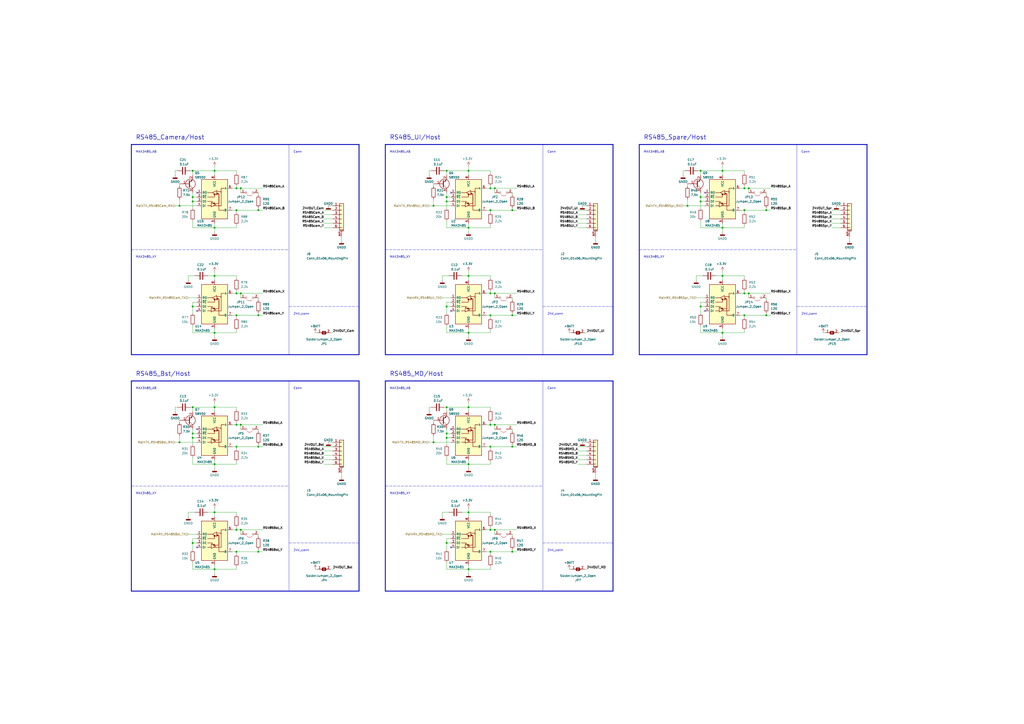
<source format=kicad_sch>
(kicad_sch (version 20230121) (generator eeschema)
  (paper "A2")
  (junction (at 149.86 182.88))
  (junction (at 139.7 307.34))
  (junction (at 284.48 259.08))
  (junction (at 284.48 170.18))
  (junction (at 259.08 116.84))
  (junction (at 137.16 320.04))
  (junction (at 124.46 99.06))
  (junction (at 419.1 99.06))
  (junction (at 259.08 177.8))
  (junction (at 124.46 330.2))
  (junction (at 398.78 119.38))
  (junction (at 287.02 307.34))
  (junction (at 104.14 119.38))
  (junction (at 137.16 246.38))
  (junction (at 137.16 182.88))
  (junction (at 297.18 259.08))
  (junction (at 137.16 121.92))
  (junction (at 284.48 121.92))
  (junction (at 139.7 109.22))
  (junction (at 271.78 236.22))
  (junction (at 287.02 170.18))
  (junction (at 271.78 193.04))
  (junction (at 271.78 99.06))
  (junction (at 431.8 109.22))
  (junction (at 297.18 182.88))
  (junction (at 137.16 170.18))
  (junction (at 271.78 269.24))
  (junction (at 124.46 132.08))
  (junction (at 259.08 236.22))
  (junction (at 271.78 330.2))
  (junction (at 149.86 121.92))
  (junction (at 406.4 116.84))
  (junction (at 259.08 251.46))
  (junction (at 137.16 259.08))
  (junction (at 284.48 246.38))
  (junction (at 111.76 251.46))
  (junction (at 104.14 256.54))
  (junction (at 271.78 160.02))
  (junction (at 124.46 160.02))
  (junction (at 111.76 116.84))
  (junction (at 431.8 170.18))
  (junction (at 287.02 109.22))
  (junction (at 111.76 99.06))
  (junction (at 124.46 236.22))
  (junction (at 111.76 177.8))
  (junction (at 419.1 132.08))
  (junction (at 284.48 307.34))
  (junction (at 124.46 297.18))
  (junction (at 124.46 193.04))
  (junction (at 111.76 314.96))
  (junction (at 139.7 246.38))
  (junction (at 149.86 320.04))
  (junction (at 444.5 121.92))
  (junction (at 271.78 132.08))
  (junction (at 259.08 314.96))
  (junction (at 137.16 307.34))
  (junction (at 444.5 182.88))
  (junction (at 149.86 259.08))
  (junction (at 431.8 121.92))
  (junction (at 434.34 170.18))
  (junction (at 284.48 182.88))
  (junction (at 431.8 182.88))
  (junction (at 139.7 170.18))
  (junction (at 271.78 297.18))
  (junction (at 284.48 109.22))
  (junction (at 406.4 177.8))
  (junction (at 419.1 160.02))
  (junction (at 284.48 320.04))
  (junction (at 434.34 109.22))
  (junction (at 251.46 256.54))
  (junction (at 259.08 114.3))
  (junction (at 287.02 246.38))
  (junction (at 111.76 254))
  (junction (at 251.46 119.38))
  (junction (at 259.08 99.06))
  (junction (at 297.18 121.92))
  (junction (at 124.46 269.24))
  (junction (at 137.16 109.22))
  (junction (at 406.4 99.06))
  (junction (at 406.4 114.3))
  (junction (at 419.1 193.04))
  (junction (at 111.76 114.3))
  (junction (at 259.08 254))
  (junction (at 111.76 236.22))
  (junction (at 297.18 320.04))
  (no_connect (at 408.94 111.76))
  (no_connect (at 261.62 248.92))
  (no_connect (at 114.3 317.5))
  (no_connect (at 261.62 317.5))
  (no_connect (at 408.94 180.34))
  (no_connect (at 114.3 111.76))
  (no_connect (at 114.3 180.34))
  (no_connect (at 114.3 248.92))
  (no_connect (at 261.62 111.76))
  (no_connect (at 261.62 180.34))
  (wire (pts (xy 109.22 297.18) (xy 113.03 297.18)))
  (wire (pts (xy 193.04 256.54) (xy 190.5 256.54)))
  (wire (pts (xy 444.5 182.88) (xy 447.04 182.88)))
  (wire (pts (xy 340.36 119.38) (xy 337.82 119.38)))
  (wire (pts (xy 271.78 99.06) (xy 271.78 96.52)))
  (wire (pts (xy 124.46 99.06) (xy 124.46 96.52)))
  (wire (pts (xy 193.04 124.46) (xy 187.96 124.46)))
  (wire (pts (xy 111.76 189.23) (xy 111.76 193.04)))
  (wire (pts (xy 193.04 129.54) (xy 187.96 129.54)))
  (wire (pts (xy 434.34 170.18) (xy 434.34 172.72)))
  (wire (pts (xy 259.08 99.06) (xy 271.78 99.06)))
  (polyline (pts (xy 314.96 177.8) (xy 355.6 177.8)) (stroke (width 0) (type dash)))
  (wire (pts (xy 271.78 297.18) (xy 271.78 299.72)))
  (wire (pts (xy 297.18 318.77) (xy 297.18 320.04)))
  (wire (pts (xy 419.1 160.02) (xy 419.1 162.56)))
  (wire (pts (xy 271.78 236.22) (xy 271.78 233.68)))
  (wire (pts (xy 271.78 193.04) (xy 284.48 193.04)))
  (wire (pts (xy 284.48 297.18) (xy 284.48 298.45)))
  (wire (pts (xy 487.68 132.08) (xy 482.6 132.08)))
  (polyline (pts (xy 76.2 342.9) (xy 208.28 342.9)) (stroke (width 0.5) (type solid)))
  (wire (pts (xy 124.46 190.5) (xy 124.46 193.04)))
  (wire (pts (xy 111.76 114.3) (xy 114.3 114.3)))
  (wire (pts (xy 124.46 327.66) (xy 124.46 330.2)))
  (wire (pts (xy 124.46 160.02) (xy 137.16 160.02)))
  (wire (pts (xy 259.08 114.3) (xy 261.62 114.3)))
  (wire (pts (xy 419.1 132.08) (xy 431.8 132.08)))
  (wire (pts (xy 431.8 121.92) (xy 431.8 123.19)))
  (wire (pts (xy 259.08 177.8) (xy 261.62 177.8)))
  (wire (pts (xy 259.08 238.76) (xy 259.08 236.22)))
  (wire (pts (xy 297.18 320.04) (xy 299.72 320.04)))
  (wire (pts (xy 340.36 124.46) (xy 335.28 124.46)))
  (wire (pts (xy 259.08 326.39) (xy 259.08 330.2)))
  (wire (pts (xy 111.76 99.06) (xy 124.46 99.06)))
  (wire (pts (xy 444.5 120.65) (xy 444.5 121.92)))
  (wire (pts (xy 284.48 107.95) (xy 284.48 109.22)))
  (wire (pts (xy 137.16 259.08) (xy 149.86 259.08)))
  (wire (pts (xy 419.1 99.06) (xy 419.1 96.52)))
  (wire (pts (xy 182.88 330.2) (xy 184.15 330.2)))
  (wire (pts (xy 267.97 160.02) (xy 271.78 160.02)))
  (polyline (pts (xy 223.52 83.82) (xy 223.52 205.74)) (stroke (width 0.5) (type solid)))
  (wire (pts (xy 281.94 170.18) (xy 284.48 170.18)))
  (wire (pts (xy 257.81 236.22) (xy 259.08 236.22)))
  (polyline (pts (xy 355.6 220.98) (xy 223.52 220.98)) (stroke (width 0.5) (type solid)))
  (wire (pts (xy 111.76 314.96) (xy 114.3 314.96)))
  (wire (pts (xy 259.08 254) (xy 261.62 254)))
  (wire (pts (xy 139.7 170.18) (xy 139.7 172.72)))
  (wire (pts (xy 182.88 193.04) (xy 184.15 193.04)))
  (wire (pts (xy 406.4 175.26) (xy 408.94 175.26)))
  (wire (pts (xy 149.86 248.92) (xy 149.86 250.19)))
  (wire (pts (xy 284.48 160.02) (xy 284.48 161.29)))
  (wire (pts (xy 487.68 124.46) (xy 482.6 124.46)))
  (wire (pts (xy 251.46 256.54) (xy 261.62 256.54)))
  (polyline (pts (xy 223.52 342.9) (xy 355.6 342.9)) (stroke (width 0.5) (type solid)))
  (wire (pts (xy 109.22 172.72) (xy 114.3 172.72)))
  (wire (pts (xy 256.54 162.56) (xy 256.54 160.02)))
  (wire (pts (xy 431.8 168.91) (xy 431.8 170.18)))
  (wire (pts (xy 271.78 266.7) (xy 271.78 269.24)))
  (polyline (pts (xy 223.52 144.78) (xy 314.96 144.78)) (stroke (width 0) (type dash)))
  (wire (pts (xy 193.04 269.24) (xy 187.96 269.24)))
  (wire (pts (xy 137.16 328.93) (xy 137.16 330.2)))
  (wire (pts (xy 429.26 182.88) (xy 431.8 182.88)))
  (polyline (pts (xy 223.52 281.94) (xy 314.96 281.94)) (stroke (width 0) (type dash)))
  (wire (pts (xy 251.46 115.57) (xy 251.46 119.38)))
  (wire (pts (xy 406.4 177.8) (xy 406.4 181.61)))
  (wire (pts (xy 134.62 109.22) (xy 137.16 109.22)))
  (wire (pts (xy 111.76 269.24) (xy 124.46 269.24)))
  (wire (pts (xy 137.16 246.38) (xy 139.7 246.38)))
  (wire (pts (xy 271.78 190.5) (xy 271.78 193.04)))
  (wire (pts (xy 259.08 236.22) (xy 271.78 236.22)))
  (wire (pts (xy 137.16 121.92) (xy 149.86 121.92)))
  (wire (pts (xy 434.34 170.18) (xy 447.04 170.18)))
  (wire (pts (xy 340.36 256.54) (xy 337.82 256.54)))
  (wire (pts (xy 139.7 307.34) (xy 139.7 309.88)))
  (wire (pts (xy 340.36 132.08) (xy 335.28 132.08)))
  (wire (pts (xy 259.08 312.42) (xy 259.08 314.96)))
  (wire (pts (xy 193.04 119.38) (xy 190.5 119.38)))
  (wire (pts (xy 251.46 119.38) (xy 261.62 119.38)))
  (wire (pts (xy 431.8 130.81) (xy 431.8 132.08)))
  (wire (pts (xy 271.78 160.02) (xy 271.78 162.56)))
  (wire (pts (xy 259.08 116.84) (xy 261.62 116.84)))
  (wire (pts (xy 271.78 129.54) (xy 271.78 132.08)))
  (wire (pts (xy 345.44 137.16) (xy 345.44 139.7)))
  (wire (pts (xy 248.92 99.06) (xy 250.19 99.06)))
  (wire (pts (xy 124.46 160.02) (xy 124.46 157.48)))
  (wire (pts (xy 248.92 256.54) (xy 251.46 256.54)))
  (wire (pts (xy 297.18 111.76) (xy 297.18 113.03)))
  (wire (pts (xy 406.4 99.06) (xy 419.1 99.06)))
  (wire (pts (xy 139.7 170.18) (xy 152.4 170.18)))
  (wire (pts (xy 111.76 193.04) (xy 124.46 193.04)))
  (wire (pts (xy 431.8 121.92) (xy 444.5 121.92)))
  (wire (pts (xy 111.76 254) (xy 111.76 257.81)))
  (wire (pts (xy 284.48 236.22) (xy 284.48 237.49)))
  (wire (pts (xy 134.62 320.04) (xy 137.16 320.04)))
  (wire (pts (xy 403.86 160.02) (xy 407.67 160.02)))
  (wire (pts (xy 187.96 259.08) (xy 193.04 259.08)))
  (wire (pts (xy 297.18 121.92) (xy 299.72 121.92)))
  (wire (pts (xy 111.76 326.39) (xy 111.76 330.2)))
  (wire (pts (xy 284.48 168.91) (xy 284.48 170.18)))
  (wire (pts (xy 271.78 269.24) (xy 271.78 271.78)))
  (wire (pts (xy 287.02 109.22) (xy 299.72 109.22)))
  (wire (pts (xy 271.78 99.06) (xy 271.78 101.6)))
  (wire (pts (xy 111.76 177.8) (xy 111.76 181.61)))
  (wire (pts (xy 419.1 193.04) (xy 419.1 195.58)))
  (wire (pts (xy 137.16 245.11) (xy 137.16 246.38)))
  (wire (pts (xy 434.34 109.22) (xy 434.34 111.76)))
  (wire (pts (xy 284.48 121.92) (xy 284.48 123.19)))
  (wire (pts (xy 284.48 245.11) (xy 284.48 246.38)))
  (wire (pts (xy 137.16 109.22) (xy 139.7 109.22)))
  (polyline (pts (xy 76.2 144.78) (xy 167.64 144.78)) (stroke (width 0) (type dash)))
  (wire (pts (xy 149.86 181.61) (xy 149.86 182.88)))
  (wire (pts (xy 137.16 107.95) (xy 137.16 109.22)))
  (wire (pts (xy 111.76 251.46) (xy 114.3 251.46)))
  (wire (pts (xy 284.48 328.93) (xy 284.48 330.2)))
  (wire (pts (xy 419.1 160.02) (xy 419.1 157.48)))
  (wire (pts (xy 429.26 109.22) (xy 431.8 109.22)))
  (wire (pts (xy 137.16 320.04) (xy 137.16 321.31)))
  (wire (pts (xy 137.16 160.02) (xy 137.16 161.29)))
  (wire (pts (xy 109.22 162.56) (xy 109.22 160.02)))
  (wire (pts (xy 111.76 128.27) (xy 111.76 132.08)))
  (wire (pts (xy 259.08 116.84) (xy 259.08 120.65)))
  (wire (pts (xy 271.78 160.02) (xy 284.48 160.02)))
  (polyline (pts (xy 370.84 83.82) (xy 370.84 205.74)) (stroke (width 0.5) (type solid)))
  (wire (pts (xy 137.16 236.22) (xy 137.16 237.49)))
  (wire (pts (xy 405.13 99.06) (xy 406.4 99.06)))
  (wire (pts (xy 111.76 111.76) (xy 111.76 114.3)))
  (wire (pts (xy 137.16 182.88) (xy 149.86 182.88)))
  (wire (pts (xy 124.46 129.54) (xy 124.46 132.08)))
  (wire (pts (xy 287.02 109.22) (xy 287.02 111.76)))
  (wire (pts (xy 259.08 128.27) (xy 259.08 132.08)))
  (wire (pts (xy 271.78 330.2) (xy 284.48 330.2)))
  (wire (pts (xy 403.86 172.72) (xy 408.94 172.72)))
  (wire (pts (xy 124.46 236.22) (xy 137.16 236.22)))
  (wire (pts (xy 137.16 259.08) (xy 137.16 260.35)))
  (wire (pts (xy 429.26 121.92) (xy 431.8 121.92)))
  (wire (pts (xy 259.08 101.6) (xy 259.08 99.06)))
  (wire (pts (xy 124.46 160.02) (xy 124.46 162.56)))
  (polyline (pts (xy 502.92 83.82) (xy 370.84 83.82)) (stroke (width 0.5) (type solid)))
  (wire (pts (xy 259.08 312.42) (xy 261.62 312.42)))
  (wire (pts (xy 271.78 132.08) (xy 284.48 132.08)))
  (wire (pts (xy 398.78 119.38) (xy 408.94 119.38)))
  (wire (pts (xy 431.8 182.88) (xy 431.8 184.15)))
  (wire (pts (xy 134.62 307.34) (xy 137.16 307.34)))
  (polyline (pts (xy 370.84 144.78) (xy 462.28 144.78)) (stroke (width 0) (type dash)))
  (wire (pts (xy 271.78 193.04) (xy 271.78 195.58)))
  (wire (pts (xy 431.8 99.06) (xy 431.8 100.33)))
  (wire (pts (xy 251.46 243.84) (xy 251.46 245.11)))
  (wire (pts (xy 419.1 99.06) (xy 431.8 99.06)))
  (wire (pts (xy 284.48 121.92) (xy 297.18 121.92)))
  (wire (pts (xy 259.08 175.26) (xy 261.62 175.26)))
  (wire (pts (xy 256.54 160.02) (xy 260.35 160.02)))
  (wire (pts (xy 124.46 297.18) (xy 137.16 297.18)))
  (wire (pts (xy 431.8 160.02) (xy 431.8 161.29)))
  (wire (pts (xy 134.62 246.38) (xy 137.16 246.38)))
  (wire (pts (xy 339.09 330.2) (xy 340.36 330.2)))
  (wire (pts (xy 259.08 189.23) (xy 259.08 193.04)))
  (wire (pts (xy 193.04 261.62) (xy 187.96 261.62)))
  (wire (pts (xy 248.92 236.22) (xy 250.19 236.22)))
  (wire (pts (xy 137.16 130.81) (xy 137.16 132.08)))
  (wire (pts (xy 259.08 251.46) (xy 259.08 254)))
  (wire (pts (xy 110.49 236.22) (xy 111.76 236.22)))
  (wire (pts (xy 124.46 269.24) (xy 124.46 271.78)))
  (wire (pts (xy 335.28 121.92) (xy 340.36 121.92)))
  (wire (pts (xy 111.76 314.96) (xy 111.76 318.77)))
  (wire (pts (xy 271.78 297.18) (xy 284.48 297.18)))
  (wire (pts (xy 101.6 238.76) (xy 101.6 236.22)))
  (wire (pts (xy 396.24 99.06) (xy 397.51 99.06)))
  (wire (pts (xy 149.86 172.72) (xy 149.86 173.99)))
  (wire (pts (xy 256.54 309.88) (xy 261.62 309.88)))
  (wire (pts (xy 284.48 182.88) (xy 297.18 182.88)))
  (wire (pts (xy 284.48 170.18) (xy 287.02 170.18)))
  (polyline (pts (xy 76.2 83.82) (xy 76.2 205.74)) (stroke (width 0.5) (type solid)))
  (wire (pts (xy 271.78 160.02) (xy 271.78 157.48)))
  (wire (pts (xy 284.48 109.22) (xy 287.02 109.22)))
  (wire (pts (xy 284.48 267.97) (xy 284.48 269.24)))
  (wire (pts (xy 406.4 111.76) (xy 406.4 114.3)))
  (wire (pts (xy 248.92 238.76) (xy 248.92 236.22)))
  (wire (pts (xy 259.08 248.92) (xy 259.08 251.46)))
  (wire (pts (xy 444.5 181.61) (xy 444.5 182.88)))
  (wire (pts (xy 287.02 307.34) (xy 287.02 309.88)))
  (wire (pts (xy 149.86 318.77) (xy 149.86 320.04)))
  (wire (pts (xy 110.49 99.06) (xy 111.76 99.06)))
  (polyline (pts (xy 76.2 220.98) (xy 76.2 342.9)) (stroke (width 0.5) (type solid)))
  (polyline (pts (xy 314.96 314.96) (xy 355.6 314.96)) (stroke (width 0) (type dash)))
  (wire (pts (xy 419.1 129.54) (xy 419.1 132.08)))
  (wire (pts (xy 271.78 236.22) (xy 271.78 238.76)))
  (wire (pts (xy 256.54 297.18) (xy 260.35 297.18)))
  (wire (pts (xy 111.76 116.84) (xy 111.76 120.65)))
  (wire (pts (xy 256.54 172.72) (xy 261.62 172.72)))
  (wire (pts (xy 340.36 129.54) (xy 335.28 129.54)))
  (wire (pts (xy 271.78 269.24) (xy 284.48 269.24)))
  (wire (pts (xy 139.7 307.34) (xy 152.4 307.34)))
  (wire (pts (xy 137.16 99.06) (xy 137.16 100.33)))
  (wire (pts (xy 415.29 160.02) (xy 419.1 160.02)))
  (polyline (pts (xy 167.64 314.96) (xy 208.28 314.96)) (stroke (width 0) (type dash)))
  (wire (pts (xy 281.94 109.22) (xy 284.48 109.22)))
  (wire (pts (xy 406.4 132.08) (xy 419.1 132.08)))
  (polyline (pts (xy 208.28 342.9) (xy 208.28 220.98)) (stroke (width 0.5) (type solid)))
  (wire (pts (xy 340.36 261.62) (xy 335.28 261.62)))
  (wire (pts (xy 406.4 175.26) (xy 406.4 177.8)))
  (wire (pts (xy 256.54 299.72) (xy 256.54 297.18)))
  (polyline (pts (xy 167.64 177.8) (xy 208.28 177.8)) (stroke (width 0) (type dash)))
  (wire (pts (xy 340.36 127) (xy 335.28 127)))
  (wire (pts (xy 149.86 259.08) (xy 152.4 259.08)))
  (wire (pts (xy 297.18 182.88) (xy 299.72 182.88)))
  (wire (pts (xy 487.68 127) (xy 482.6 127)))
  (wire (pts (xy 271.78 236.22) (xy 284.48 236.22)))
  (wire (pts (xy 109.22 160.02) (xy 113.03 160.02)))
  (wire (pts (xy 396.24 101.6) (xy 396.24 99.06)))
  (wire (pts (xy 284.48 99.06) (xy 284.48 100.33)))
  (wire (pts (xy 419.1 190.5) (xy 419.1 193.04)))
  (wire (pts (xy 482.6 121.92) (xy 487.68 121.92)))
  (wire (pts (xy 281.94 320.04) (xy 284.48 320.04)))
  (wire (pts (xy 137.16 170.18) (xy 139.7 170.18)))
  (wire (pts (xy 124.46 193.04) (xy 124.46 195.58)))
  (wire (pts (xy 287.02 307.34) (xy 299.72 307.34)))
  (wire (pts (xy 124.46 132.08) (xy 137.16 132.08)))
  (wire (pts (xy 271.78 330.2) (xy 271.78 332.74)))
  (wire (pts (xy 187.96 121.92) (xy 193.04 121.92)))
  (wire (pts (xy 406.4 114.3) (xy 406.4 116.84)))
  (wire (pts (xy 111.76 254) (xy 114.3 254)))
  (wire (pts (xy 149.86 182.88) (xy 152.4 182.88)))
  (wire (pts (xy 259.08 177.8) (xy 259.08 181.61)))
  (wire (pts (xy 137.16 191.77) (xy 137.16 193.04)))
  (wire (pts (xy 257.81 99.06) (xy 259.08 99.06)))
  (wire (pts (xy 193.04 127) (xy 187.96 127)))
  (wire (pts (xy 297.18 120.65) (xy 297.18 121.92)))
  (wire (pts (xy 111.76 175.26) (xy 111.76 177.8)))
  (wire (pts (xy 124.46 236.22) (xy 124.46 238.76)))
  (wire (pts (xy 124.46 236.22) (xy 124.46 233.68)))
  (polyline (pts (xy 76.2 205.74) (xy 208.28 205.74)) (stroke (width 0.5) (type solid)))
  (wire (pts (xy 124.46 266.7) (xy 124.46 269.24)))
  (wire (pts (xy 259.08 269.24) (xy 271.78 269.24)))
  (wire (pts (xy 101.6 119.38) (xy 104.14 119.38)))
  (wire (pts (xy 297.18 181.61) (xy 297.18 182.88)))
  (wire (pts (xy 111.76 236.22) (xy 124.46 236.22)))
  (wire (pts (xy 406.4 128.27) (xy 406.4 132.08)))
  (wire (pts (xy 340.36 266.7) (xy 335.28 266.7)))
  (wire (pts (xy 297.18 309.88) (xy 297.18 311.15)))
  (wire (pts (xy 104.14 243.84) (xy 104.14 245.11)))
  (wire (pts (xy 259.08 132.08) (xy 271.78 132.08)))
  (wire (pts (xy 271.78 297.18) (xy 271.78 294.64)))
  (polyline (pts (xy 355.6 205.74) (xy 355.6 83.82)) (stroke (width 0.5) (type solid)))
  (wire (pts (xy 297.18 172.72) (xy 297.18 173.99)))
  (wire (pts (xy 339.09 193.04) (xy 340.36 193.04)))
  (wire (pts (xy 111.76 116.84) (xy 114.3 116.84)))
  (wire (pts (xy 111.76 312.42) (xy 111.76 314.96)))
  (wire (pts (xy 139.7 246.38) (xy 139.7 248.92)))
  (wire (pts (xy 111.76 248.92) (xy 111.76 251.46)))
  (wire (pts (xy 406.4 116.84) (xy 408.94 116.84)))
  (polyline (pts (xy 208.28 220.98) (xy 76.2 220.98)) (stroke (width 0.5) (type solid)))
  (wire (pts (xy 406.4 116.84) (xy 406.4 120.65)))
  (wire (pts (xy 284.48 130.81) (xy 284.48 132.08)))
  (wire (pts (xy 193.04 266.7) (xy 187.96 266.7)))
  (wire (pts (xy 419.1 132.08) (xy 419.1 134.62)))
  (wire (pts (xy 149.86 320.04) (xy 152.4 320.04)))
  (wire (pts (xy 345.44 274.32) (xy 345.44 276.86)))
  (wire (pts (xy 431.8 191.77) (xy 431.8 193.04)))
  (wire (pts (xy 429.26 170.18) (xy 431.8 170.18)))
  (wire (pts (xy 284.48 191.77) (xy 284.48 193.04)))
  (wire (pts (xy 284.48 246.38) (xy 287.02 246.38)))
  (wire (pts (xy 287.02 170.18) (xy 299.72 170.18)))
  (wire (pts (xy 137.16 297.18) (xy 137.16 298.45)))
  (wire (pts (xy 284.48 320.04) (xy 297.18 320.04)))
  (wire (pts (xy 134.62 182.88) (xy 137.16 182.88)))
  (wire (pts (xy 104.14 119.38) (xy 114.3 119.38)))
  (wire (pts (xy 406.4 177.8) (xy 408.94 177.8)))
  (wire (pts (xy 297.18 248.92) (xy 297.18 250.19)))
  (wire (pts (xy 139.7 109.22) (xy 139.7 111.76)))
  (wire (pts (xy 297.18 257.81) (xy 297.18 259.08)))
  (wire (pts (xy 330.2 330.2) (xy 331.47 330.2)))
  (wire (pts (xy 281.94 259.08) (xy 284.48 259.08)))
  (polyline (pts (xy 370.84 205.74) (xy 502.92 205.74)) (stroke (width 0.5) (type solid)))
  (wire (pts (xy 104.14 256.54) (xy 114.3 256.54)))
  (wire (pts (xy 198.12 137.16) (xy 198.12 139.7)))
  (wire (pts (xy 284.48 320.04) (xy 284.48 321.31)))
  (wire (pts (xy 137.16 306.07) (xy 137.16 307.34)))
  (wire (pts (xy 403.86 162.56) (xy 403.86 160.02)))
  (wire (pts (xy 124.46 330.2) (xy 124.46 332.74)))
  (wire (pts (xy 198.12 274.32) (xy 198.12 276.86)))
  (wire (pts (xy 335.28 259.08) (xy 340.36 259.08)))
  (wire (pts (xy 406.4 101.6) (xy 406.4 99.06)))
  (wire (pts (xy 444.5 172.72) (xy 444.5 173.99)))
  (wire (pts (xy 104.14 252.73) (xy 104.14 256.54)))
  (wire (pts (xy 419.1 99.06) (xy 419.1 101.6)))
  (wire (pts (xy 111.76 265.43) (xy 111.76 269.24)))
  (polyline (pts (xy 223.52 205.74) (xy 355.6 205.74)) (stroke (width 0.5) (type solid)))
  (wire (pts (xy 124.46 269.24) (xy 137.16 269.24)))
  (wire (pts (xy 251.46 252.73) (xy 251.46 256.54)))
  (wire (pts (xy 492.76 137.16) (xy 492.76 139.7)))
  (wire (pts (xy 340.36 264.16) (xy 335.28 264.16)))
  (wire (pts (xy 137.16 121.92) (xy 137.16 123.19)))
  (wire (pts (xy 259.08 193.04) (xy 271.78 193.04)))
  (wire (pts (xy 139.7 109.22) (xy 152.4 109.22)))
  (wire (pts (xy 137.16 267.97) (xy 137.16 269.24)))
  (wire (pts (xy 406.4 193.04) (xy 419.1 193.04)))
  (wire (pts (xy 124.46 99.06) (xy 137.16 99.06)))
  (wire (pts (xy 101.6 236.22) (xy 102.87 236.22)))
  (wire (pts (xy 149.86 120.65) (xy 149.86 121.92)))
  (wire (pts (xy 281.94 121.92) (xy 284.48 121.92)))
  (wire (pts (xy 444.5 121.92) (xy 447.04 121.92)))
  (wire (pts (xy 111.76 101.6) (xy 111.76 99.06)))
  (wire (pts (xy 137.16 182.88) (xy 137.16 184.15)))
  (wire (pts (xy 444.5 111.76) (xy 444.5 113.03)))
  (wire (pts (xy 419.1 160.02) (xy 431.8 160.02)))
  (polyline (pts (xy 355.6 83.82) (xy 223.52 83.82)) (stroke (width 0.5) (type solid)))
  (wire (pts (xy 396.24 119.38) (xy 398.78 119.38)))
  (wire (pts (xy 124.46 297.18) (xy 124.46 299.72)))
  (wire (pts (xy 259.08 330.2) (xy 271.78 330.2)))
  (wire (pts (xy 259.08 111.76) (xy 259.08 114.3)))
  (wire (pts (xy 431.8 109.22) (xy 434.34 109.22)))
  (wire (pts (xy 259.08 114.3) (xy 259.08 116.84)))
  (polyline (pts (xy 502.92 205.74) (xy 502.92 83.82)) (stroke (width 0.5) (type solid)))
  (wire (pts (xy 137.16 320.04) (xy 149.86 320.04)))
  (wire (pts (xy 281.94 307.34) (xy 284.48 307.34)))
  (wire (pts (xy 111.76 175.26) (xy 114.3 175.26)))
  (wire (pts (xy 434.34 109.22) (xy 447.04 109.22)))
  (wire (pts (xy 134.62 259.08) (xy 137.16 259.08)))
  (wire (pts (xy 284.48 306.07) (xy 284.48 307.34)))
  (wire (pts (xy 287.02 246.38) (xy 299.72 246.38)))
  (wire (pts (xy 104.14 106.68) (xy 104.14 107.95)))
  (wire (pts (xy 271.78 327.66) (xy 271.78 330.2)))
  (wire (pts (xy 259.08 314.96) (xy 261.62 314.96)))
  (wire (pts (xy 248.92 101.6) (xy 248.92 99.06)))
  (polyline (pts (xy 76.2 281.94) (xy 167.64 281.94)) (stroke (width 0) (type dash)))
  (wire (pts (xy 419.1 193.04) (xy 431.8 193.04)))
  (wire (pts (xy 284.48 259.08) (xy 284.48 260.35)))
  (wire (pts (xy 431.8 107.95) (xy 431.8 109.22)))
  (wire (pts (xy 297.18 259.08) (xy 299.72 259.08)))
  (wire (pts (xy 139.7 246.38) (xy 152.4 246.38)))
  (wire (pts (xy 259.08 251.46) (xy 261.62 251.46)))
  (wire (pts (xy 124.46 99.06) (xy 124.46 101.6)))
  (wire (pts (xy 281.94 182.88) (xy 284.48 182.88)))
  (wire (pts (xy 137.16 168.91) (xy 137.16 170.18)))
  (wire (pts (xy 330.2 193.04) (xy 331.47 193.04)))
  (wire (pts (xy 124.46 132.08) (xy 124.46 134.62)))
  (polyline (pts (xy 208.28 205.74) (xy 208.28 83.82)) (stroke (width 0.5) (type solid)))
  (wire (pts (xy 120.65 160.02) (xy 124.46 160.02)))
  (wire (pts (xy 149.86 111.76) (xy 149.86 113.03)))
  (wire (pts (xy 267.97 297.18) (xy 271.78 297.18)))
  (polyline (pts (xy 355.6 342.9) (xy 355.6 220.98)) (stroke (width 0.5) (type solid)))
  (wire (pts (xy 149.86 257.81) (xy 149.86 259.08)))
  (wire (pts (xy 134.62 170.18) (xy 137.16 170.18)))
  (wire (pts (xy 109.22 309.88) (xy 114.3 309.88)))
  (wire (pts (xy 259.08 254) (xy 259.08 257.81)))
  (wire (pts (xy 486.41 193.04) (xy 487.68 193.04)))
  (wire (pts (xy 259.08 314.96) (xy 259.08 318.77)))
  (wire (pts (xy 101.6 99.06) (xy 102.87 99.06)))
  (wire (pts (xy 134.62 121.92) (xy 137.16 121.92)))
  (wire (pts (xy 120.65 297.18) (xy 124.46 297.18)))
  (wire (pts (xy 259.08 175.26) (xy 259.08 177.8)))
  (wire (pts (xy 193.04 264.16) (xy 187.96 264.16)))
  (wire (pts (xy 487.68 119.38) (xy 485.14 119.38)))
  (wire (pts (xy 284.48 259.08) (xy 297.18 259.08)))
  (wire (pts (xy 340.36 269.24) (xy 335.28 269.24)))
  (wire (pts (xy 111.76 238.76) (xy 111.76 236.22)))
  (wire (pts (xy 191.77 193.04) (xy 193.04 193.04)))
  (wire (pts (xy 406.4 189.23) (xy 406.4 193.04)))
  (wire (pts (xy 284.48 182.88) (xy 284.48 184.15)))
  (wire (pts (xy 111.76 177.8) (xy 114.3 177.8)))
  (wire (pts (xy 109.22 299.72) (xy 109.22 297.18)))
  (wire (pts (xy 284.48 307.34) (xy 287.02 307.34)))
  (wire (pts (xy 398.78 106.68) (xy 398.78 107.95)))
  (wire (pts (xy 398.78 115.57) (xy 398.78 119.38)))
  (wire (pts (xy 137.16 307.34) (xy 139.7 307.34)))
  (wire (pts (xy 191.77 330.2) (xy 193.04 330.2)))
  (wire (pts (xy 281.94 246.38) (xy 284.48 246.38)))
  (wire (pts (xy 111.76 114.3) (xy 111.76 116.84)))
  (wire (pts (xy 487.68 129.54) (xy 482.6 129.54)))
  (wire (pts (xy 193.04 132.08) (xy 187.96 132.08)))
  (wire (pts (xy 111.76 312.42) (xy 114.3 312.42)))
  (wire (pts (xy 111.76 330.2) (xy 124.46 330.2)))
  (wire (pts (xy 406.4 114.3) (xy 408.94 114.3)))
  (wire (pts (xy 124.46 297.18) (xy 124.46 294.64)))
  (wire (pts (xy 149.86 121.92) (xy 152.4 121.92)))
  (wire (pts (xy 287.02 170.18) (xy 287.02 172.72)))
  (wire (pts (xy 104.14 115.57) (xy 104.14 119.38)))
  (polyline (pts (xy 462.28 177.8) (xy 502.92 177.8)) (stroke (width 0) (type dash)))
  (wire (pts (xy 431.8 182.88) (xy 444.5 182.88)))
  (wire (pts (xy 259.08 265.43) (xy 259.08 269.24)))
  (wire (pts (xy 111.76 132.08) (xy 124.46 132.08)))
  (wire (pts (xy 251.46 106.68) (xy 251.46 107.95)))
  (wire (pts (xy 271.78 99.06) (xy 284.48 99.06)))
  (polyline (pts (xy 223.52 220.98) (xy 223.52 342.9)) (stroke (width 0.5) (type solid)))
  (wire (pts (xy 431.8 170.18) (xy 434.34 170.18)))
  (wire (pts (xy 271.78 132.08) (xy 271.78 134.62)))
  (wire (pts (xy 101.6 101.6) (xy 101.6 99.06)))
  (wire (pts (xy 477.52 193.04) (xy 478.79 193.04)))
  (wire (pts (xy 124.46 193.04) (xy 137.16 193.04)))
  (wire (pts (xy 287.02 246.38) (xy 287.02 248.92)))
  (polyline (pts (xy 208.28 83.82) (xy 76.2 83.82)) (stroke (width 0.5) (type solid)))
  (wire (pts (xy 111.76 251.46) (xy 111.76 254)))
  (wire (pts (xy 101.6 256.54) (xy 104.14 256.54)))
  (wire (pts (xy 124.46 330.2) (xy 137.16 330.2)))
  (wire (pts (xy 248.92 119.38) (xy 251.46 119.38)))
  (wire (pts (xy 149.86 309.88) (xy 149.86 311.15)))
  (rectangle (start 462.28 83.82) (end 462.28 205.74))
  (rectangle (start 167.64 83.82) (end 167.64 205.74))
  (rectangle (start 314.96 220.98) (end 314.96 342.9))
  (rectangle (start 314.96 83.82) (end 314.96 205.74))
  (rectangle (start 167.64 220.98) (end 167.64 342.9))
  (text "RS485_MD/Host" (at 226.06 218.44 0) (effects (font (size 2.54 2.54) (thickness 0.254) bold) (justify left bottom)))
  (text "24V_conn" (at 317.5 182.88 0) (effects (font (size 1.27 1.27)) (justify left bottom)))
  (text "RS485_UI/Host" (at 226.06 81.28 0) (effects (font (size 2.54 2.54) (thickness 0.254) bold) (justify left bottom)))
  (text "RS485_Camera/Host" (at 78.74 81.28 0) (effects (font (size 2.54 2.54) (thickness 0.254) bold) (justify left bottom)))
  (text "Conn" (at 464.82 88.9 0) (effects (font (size 1.27 1.27)) (justify left bottom)))
  (text "RS485_Bst/Host" (at 78.74 218.44 0) (effects (font (size 2.54 2.54) (thickness 0.254) bold) (justify left bottom)))
  (text "MAX3485_XY" (at 226.06 149.86 0) (effects (font (size 1.27 1.27)) (justify left bottom)))
  (text "Conn" (at 170.18 226.06 0) (effects (font (size 1.27 1.27)) (justify left bottom)))
  (text "MAX3485_XY" (at 78.74 149.86 0) (effects (font (size 1.27 1.27)) (justify left bottom)))
  (text "MAX3485_AB" (at 78.74 88.9 0) (effects (font (size 1.27 1.27)) (justify left bottom)))
  (text "MAX3485_XY" (at 373.38 149.86 0) (effects (font (size 1.27 1.27)) (justify left bottom)))
  (text "Conn" (at 317.5 226.06 0) (effects (font (size 1.27 1.27)) (justify left bottom)))
  (text "Conn" (at 317.5 88.9 0) (effects (font (size 1.27 1.27)) (justify left bottom)))
  (text "MAX3485_AB" (at 373.38 88.9 0) (effects (font (size 1.27 1.27)) (justify left bottom)))
  (text "Conn" (at 170.18 88.9 0) (effects (font (size 1.27 1.27)) (justify left bottom)))
  (text "24V_conn" (at 170.18 182.88 0) (effects (font (size 1.27 1.27)) (justify left bottom)))
  (text "24V_conn" (at 170.18 320.04 0) (effects (font (size 1.27 1.27)) (justify left bottom)))
  (text "MAX3485_XY" (at 78.74 287.02 0) (effects (font (size 1.27 1.27)) (justify left bottom)))
  (text "24V_conn" (at 464.82 182.88 0) (effects (font (size 1.27 1.27)) (justify left bottom)))
  (text "MAX3485_AB" (at 226.06 226.06 0) (effects (font (size 1.27 1.27)) (justify left bottom)))
  (text "MAX3485_AB" (at 78.74 226.06 0) (effects (font (size 1.27 1.27)) (justify left bottom)))
  (text "RS485_Spare/Host" (at 373.38 81.28 0) (effects (font (size 2.54 2.54) (thickness 0.254) bold) (justify left bottom)))
  (text "24V_conn" (at 317.5 320.04 0) (effects (font (size 1.27 1.27)) (justify left bottom)))
  (text "MAX3485_XY" (at 226.06 287.02 0) (effects (font (size 1.27 1.27)) (justify left bottom)))
  (text "MAX3485_AB" (at 226.06 88.9 0) (effects (font (size 1.27 1.27)) (justify left bottom)))
  (label "RS485MD_A" (at 335.28 261.62 180) (effects (font (thickness 0.254) bold)))
  (label "RS485UI_A" (at 335.28 124.46 180) (effects (font (thickness 0.254) bold)))
  (label "RS485Spr_X" (at 447.04 170.18 0) (effects (font (thickness 0.254) bold)))
  (label "RS485Bst_Y" (at 187.96 269.24 180) (effects (font (thickness 0.254) bold)))
  (label "RS485cam_Y" (at 187.96 132.08 180) (effects (font (thickness 0.254) bold)))
  (label "RS485Cam_B" (at 152.4 121.92 0) (effects (font (thickness 0.254) bold)))
  (label "RS485Cam_X" (at 152.4 170.18 0) (effects (font (thickness 0.254) bold)))
  (label "24VOUT_Spr" (at 482.6 121.92 180) (effects (font (thickness 0.254) bold)))
  (label "RS485Cam_X" (at 187.96 129.54 180) (effects (font (thickness 0.254) bold)))
  (label "24VOUT_UI" (at 335.28 121.92 180) (effects (font (thickness 0.254) bold)))
  (label "RS485UI_B" (at 299.72 121.92 0) (effects (font (thickness 0.254) bold)))
  (label "RS485UI_Y" (at 299.72 182.88 0) (effects (font (thickness 0.254) bold)))
  (label "24VOUT_Cam" (at 193.04 193.04 0) (effects (font (thickness 0.254) bold)))
  (label "RS485MD_Y" (at 335.28 269.24 180) (effects (font (thickness 0.254) bold)))
  (label "RS485Bst_B" (at 152.4 259.08 0) (effects (font (thickness 0.254) bold)))
  (label "24VOUT_MD" (at 340.36 330.2 0) (effects (font (thickness 0.254) bold)))
  (label "RS485Bst_A" (at 152.4 246.38 0) (effects (font (thickness 0.254) bold)))
  (label "RS485MD_B" (at 335.28 264.16 180) (effects (font (thickness 0.254) bold)))
  (label "24VOUT_Cam" (at 187.96 121.92 180) (effects (font (thickness 0.254) bold)))
  (label "RS485Spr_B" (at 482.6 127 180) (effects (font (thickness 0.254) bold)))
  (label "RS485UI_A" (at 299.72 109.22 0) (effects (font (thickness 0.254) bold)))
  (label "RS485Bst_A" (at 187.96 261.62 180) (effects (font (thickness 0.254) bold)))
  (label "RS485cam_Y" (at 152.4 182.88 0) (effects (font (thickness 0.254) bold)))
  (label "24VOUT_Bst" (at 193.04 330.2 0) (effects (font (thickness 0.254) bold)))
  (label "RS485Cam_A" (at 152.4 109.22 0) (effects (font (thickness 0.254) bold)))
  (label "RS485UI_B" (at 335.28 127 180) (effects (font (thickness 0.254) bold)))
  (label "RS485Cam_A" (at 187.96 124.46 180) (effects (font (thickness 0.254) bold)))
  (label "24VOUT_Spr" (at 487.68 193.04 0) (effects (font (thickness 0.254) bold)))
  (label "24VOUT_MD" (at 335.28 259.08 180) (effects (font (thickness 0.254) bold)))
  (label "RS485UI_X" (at 299.72 170.18 0) (effects (font (thickness 0.254) bold)))
  (label "RS485Cam_B" (at 187.96 127 180) (effects (font (thickness 0.254) bold)))
  (label "RS485Bst_B" (at 187.96 264.16 180) (effects (font (thickness 0.254) bold)))
  (label "RS485Bst_X" (at 187.96 266.7 180) (effects (font (thickness 0.254) bold)))
  (label "RS485MD_A" (at 299.72 246.38 0) (effects (font (thickness 0.254) bold)))
  (label "RS485UI_Y" (at 335.28 132.08 180) (effects (font (thickness 0.254) bold)))
  (label "RS485Spr_Y" (at 482.6 132.08 180) (effects (font (thickness 0.254) bold)))
  (label "RS485Spr_X" (at 482.6 129.54 180) (effects (font (thickness 0.254) bold)))
  (label "RS485Spr_Y" (at 447.04 182.88 0) (effects (font (thickness 0.254) bold)))
  (label "RS485MD_X" (at 299.72 307.34 0) (effects (font (thickness 0.254) bold)))
  (label "RS485Bst_Y" (at 152.4 320.04 0) (effects (font (thickness 0.254) bold)))
  (label "24VOUT_UI" (at 340.36 193.04 0) (effects (font (thickness 0.254) bold)))
  (label "RS485Spr_B" (at 447.04 121.92 0) (effects (font (thickness 0.254) bold)))
  (label "RS485MD_Y" (at 299.72 320.04 0) (effects (font (thickness 0.254) bold)))
  (label "RS485MD_X" (at 335.28 266.7 180) (effects (font (thickness 0.254) bold)))
  (label "RS485UI_X" (at 335.28 129.54 180) (effects (font (thickness 0.254) bold)))
  (label "RS485Bst_X" (at 152.4 307.34 0) (effects (font (thickness 0.254) bold)))
  (label "RS485Spr_A" (at 447.04 109.22 0) (effects (font (thickness 0.254) bold)))
  (label "24VOUT_Bst" (at 187.96 259.08 180) (effects (font (thickness 0.254) bold)))
  (label "RS485MD_B" (at 299.72 259.08 0) (effects (font (thickness 0.254) bold)))
  (label "RS485Spr_A" (at 482.6 124.46 180) (effects (font (thickness 0.254) bold)))
  (hierarchical_label "MainRX_RS485Spr_TX" (shape input) (at 403.86 172.72 180))
  (hierarchical_label "MainRX_RS485Bst_TX" (shape input) (at 109.22 309.88 180))
  (hierarchical_label "MainTX_RS485Cam_RX" (shape input) (at 101.6 119.38 180))
  (hierarchical_label "MainTX_RS485Spr_RX" (shape input) (at 396.24 119.38 180))
  (hierarchical_label "MainRX_RS485MD_TX" (shape input) (at 256.54 309.88 180))
  (hierarchical_label "MainTX_RS485Bst_RX" (shape input) (at 101.6 256.54 180))
  (hierarchical_label "MainTX_RS485UI_RX" (shape input) (at 248.92 119.38 180))
  (hierarchical_label "MainRX_RS485UI_TX" (shape input) (at 256.54 172.72 180))
  (hierarchical_label "MainTX_RS485MD_RX" (shape input) (at 248.92 256.54 180))
  (hierarchical_label "MainRX_RS485Cam_TX" (shape input) (at 109.22 172.72 180))
  (symbol (lib_id "Device:R") (at 431.8 187.96 0) (unit 1)
    (property "Reference" "R54" (at 434.34 186.6899 0) (effects (justify left)))
    (property "Value" "2.2k" (at 434.34 189.2299 0) (effects (justify left)))
    (property "Footprint" "Resistor_SMD:R_0402_1005Metric" (effects hide))
  )
  (symbol (lib_id "power:+BATT") (at 182.88 193.04 0) (mirror y) (unit 1)
    (property "Reference" "#PWR039" (effects hide))
    (property "Value" "+BATT" (at 182.88 189.23 0))
  )
  (symbol (lib_id "Device:R") (at 137.16 187.96 0) (unit 1)
    (property "Reference" "R80" (at 139.7 186.6899 0) (effects (justify left)))
    (property "Value" "2.2k" (at 139.7 189.2299 0) (effects (justify left)))
    (property "Footprint" "Resistor_SMD:R_0402_1005Metric" (effects hide))
  )
  (symbol (lib_id "power:GNDD") (at 492.76 139.7 0) (unit 1)
    (property "Reference" "#PWR0128" (effects hide))
    (property "Value" "GNDD" (at 492.76 143.51 0))
  )
  (symbol (lib_id "Device:C") (at 106.68 99.06 270) (mirror x) (unit 1)
    (property "Reference" "C21" (at 104.14 92.71 90) (effects (justify left)))
    (property "Value" "0.1uF" (at 104.14 95.25 90) (effects (justify left)))
    (property "Footprint" "Capacitor_SMD:C_0402_1005Metric" (effects hide))
  )
  (symbol (lib_id "Device:R") (at 284.48 302.26 0) (unit 1)
    (property "Reference" "R44" (at 287.02 300.9899 0) (effects (justify left)))
    (property "Value" "2.2k" (at 287.02 303.5299 0) (effects (justify left)))
    (property "Footprint" "Resistor_SMD:R_0402_1005Metric" (effects hide))
  )
  (symbol (lib_name "MAX3485_1") (lib_id "Interface_UART:MAX3485") (at 271.78 312.42 0) (unit 1)
    (property "Reference" "U7" (at 260.35 326.39 0) (effects (justify left)))
    (property "Value" "MAX3485" (at 260.35 328.93 0) (effects (justify left)))
    (property "Footprint" "Package_SO:SOP-8_3.9x4.9mm_P1.27mm" (effects hide))
    (property "Datasheet" "https://datasheets.maximintegrated.com/en/ds/MAX3483-MAX3491.pdf" (effects hide))
  )
  (symbol (lib_id "power:GNDD") (at 198.12 276.86 0) (unit 1)
    (property "Reference" "#PWR057" (effects hide))
    (property "Value" "GNDD" (at 198.12 280.67 0))
  )
  (symbol (lib_id "Device:R") (at 149.86 254 0) (unit 1)
    (property "Reference" "R37" (at 152.4 252.7299 0) (effects (justify left)))
    (property "Value" "120" (at 152.4 255.2699 0) (effects (justify left)))
    (property "Footprint" "Resistor_SMD:R_0402_1005Metric" (effects hide))
  )
  (symbol (lib_id "Device:R") (at 104.14 111.76 0) (unit 1)
    (property "Reference" "R71" (at 106.045 110.4899 0) (effects (justify left)))
    (property "Value" "7.5k" (at 106.045 113.0299 0) (effects (justify left)))
    (property "Footprint" "Resistor_SMD:R_0603_1608Metric" (effects hide))
  )
  (symbol (lib_id "Device:Q_PNP_BEC") (at 109.22 106.68 0) (mirror x) (unit 1)
    (property "Reference" "Q5" (at 113.03 100.33 0) (effects (justify left)))
    (property "Value" "S8550" (at 113.03 102.87 0) (effects (justify left)))
    (property "Footprint" "Package_TO_SOT_SMD:SOT-23" (effects hide))
  )
  (symbol (lib_id "power:GNDD") (at 271.78 134.62 0) (unit 1)
    (property "Reference" "#PWR043" (effects hide))
    (property "Value" "GNDD" (at 271.78 138.43 0))
  )
  (symbol (lib_id "Device:R") (at 444.5 116.84 0) (unit 1)
    (property "Reference" "R55" (at 447.04 115.5699 0) (effects (justify left)))
    (property "Value" "120" (at 447.04 118.1099 0) (effects (justify left)))
    (property "Footprint" "Resistor_SMD:R_0402_1005Metric" (effects hide))
  )
  (symbol (lib_id "Device:R") (at 284.48 264.16 0) (unit 1)
    (property "Reference" "R43" (at 287.02 262.8899 0) (effects (justify left)))
    (property "Value" "2.2k" (at 287.02 265.4299 0) (effects (justify left)))
    (property "Footprint" "Resistor_SMD:R_0402_1005Metric" (effects hide))
  )
  (symbol (lib_name "MAX3485_1") (lib_id "Interface_UART:MAX3485") (at 271.78 251.46 0) (unit 1)
    (property "Reference" "U6" (at 261.62 265.43 0) (effects (justify left)))
    (property "Value" "MAX3485" (at 261.62 267.97 0) (effects (justify left)))
    (property "Footprint" "Package_SO:SOP-8_3.9x4.9mm_P1.27mm" (effects hide))
    (property "Datasheet" "https://datasheets.maximintegrated.com/en/ds/MAX3483-MAX3491.pdf" (effects hide))
  )
  (symbol (lib_id "Device:R") (at 398.78 111.76 0) (unit 1)
    (property "Reference" "R48" (at 400.685 110.4899 0) (effects (justify left)))
    (property "Value" "7.5k" (at 400.685 113.0299 0) (effects (justify left)))
    (property "Footprint" "Resistor_SMD:R_0603_1608Metric" (effects hide))
  )
  (symbol (lib_id "Device:R") (at 137.16 325.12 0) (unit 1)
    (property "Reference" "R36" (at 139.7 323.8499 0) (effects (justify left)))
    (property "Value" "2.2k" (at 139.7 326.3899 0) (effects (justify left)))
    (property "Footprint" "Resistor_SMD:R_0402_1005Metric" (effects hide))
  )
  (symbol (lib_id "Device:R") (at 406.4 185.42 0) (unit 1)
    (property "Reference" "R50" (at 400.05 184.15 0) (effects (justify left)))
    (property "Value" "10k" (at 400.05 186.69 0) (effects (justify left)))
    (property "Footprint" "Resistor_SMD:R_0402_1005Metric" (effects hide))
  )
  (symbol (lib_id "Device:R") (at 297.18 116.84 0) (unit 1)
    (property "Reference" "R28" (at 299.72 115.5699 0) (effects (justify left)))
    (property "Value" "120" (at 299.72 118.1099 0) (effects (justify left)))
    (property "Footprint" "Resistor_SMD:R_0402_1005Metric" (effects hide))
  )
  (symbol (lib_id "Device:C") (at 116.84 160.02 270) (mirror x) (unit 1)
    (property "Reference" "C22" (at 114.3 153.67 90) (effects (justify left)))
    (property "Value" "0.1uF" (at 114.3 156.21 90) (effects (justify left)))
    (property "Footprint" "Capacitor_SMD:C_0402_1005Metric" (effects hide))
  )
  (symbol (lib_id "Jumper:Jumper_2_Open") (at 439.42 172.72 0) (mirror x) (unit 1)
    (property "Reference" "JP14" (at 434.34 175.26 0))
    (property "Value" "Jumper_2_Open" (at 434.34 177.8 0))
    (property "Footprint" "Connector_PinHeader_2.54mm:PinHeader_1x02_P2.54mm_Vertical" (effects hide))
  )
  (symbol (lib_name "MAX3485_1") (lib_id "Interface_UART:MAX3485") (at 124.46 175.26 0) (unit 1)
    (property "Reference" "U14" (at 113.03 189.23 0) (effects (justify left)))
    (property "Value" "MAX3485" (at 113.03 191.77 0) (effects (justify left)))
    (property "Footprint" "Package_SO:SOP-8_3.9x4.9mm_P1.27mm" (effects hide))
    (property "Datasheet" "https://datasheets.maximintegrated.com/en/ds/MAX3483-MAX3491.pdf" (effects hide))
  )
  (symbol (lib_id "Device:R") (at 137.16 104.14 0) (unit 1)
    (property "Reference" "R87" (at 139.7 102.8699 0) (effects (justify left)))
    (property "Value" "2.2k" (at 139.7 105.4099 0) (effects (justify left)))
    (property "Footprint" "Resistor_SMD:R_0402_1005Metric" (effects hide))
  )
  (symbol (lib_id "Jumper:Jumper_2_Open") (at 144.78 111.76 0) (mirror x) (unit 1)
    (property "Reference" "JP12" (at 139.7 114.3 0))
    (property "Value" "Jumper_2_Open" (at 139.7 116.84 0))
    (property "Footprint" "Connector_PinHeader_2.54mm:PinHeader_1x02_P2.54mm_Vertical" (effects hide))
  )
  (symbol (lib_id "Connector_Generic_MountingPin:Conn_01x06_MountingPin") (at 198.12 124.46 0) (unit 1)
    (property "Reference" "J8" (at 177.8 147.32 0) (effects (justify left)))
    (property "Value" "Conn_01x06_MountingPin" (at 177.8 149.86 0) (effects (justify left)))
    (property "Footprint" "Connector_Molex:Molex_PicoBlade_53261-0671_1x06-1MP_P1.25mm_Horizontal" (effects hide))
  )
  (symbol (lib_id "power:+3.3V") (at 124.46 157.48 0) (unit 1)
    (property "Reference" "#PWR072" (effects hide))
    (property "Value" "+3.3V" (at 123.825 153.035 0))
  )
  (symbol (lib_id "Device:R") (at 149.86 177.8 0) (unit 1)
    (property "Reference" "R89" (at 152.4 176.5299 0) (effects (justify left)))
    (property "Value" "120" (at 152.4 179.0699 0) (effects (justify left)))
    (property "Footprint" "Resistor_SMD:R_0402_1005Metric" (effects hide))
  )
  (symbol (lib_id "Device:R") (at 431.8 104.14 0) (unit 1)
    (property "Reference" "R51" (at 434.34 102.8699 0) (effects (justify left)))
    (property "Value" "2.2k" (at 434.34 105.4099 0) (effects (justify left)))
    (property "Footprint" "Resistor_SMD:R_0402_1005Metric" (effects hide))
  )
  (symbol (lib_id "Device:R") (at 259.08 261.62 0) (unit 1)
    (property "Reference" "R40" (at 252.73 260.35 0) (effects (justify left)))
    (property "Value" "20k" (at 252.73 262.89 0) (effects (justify left)))
    (property "Footprint" "Resistor_SMD:R_0402_1005Metric" (effects hide))
  )
  (symbol (lib_id "Device:R") (at 149.86 116.84 0) (unit 1)
    (property "Reference" "R90" (at 152.4 115.5699 0) (effects (justify left)))
    (property "Value" "120" (at 152.4 118.1099 0) (effects (justify left)))
    (property "Footprint" "Resistor_SMD:R_0402_1005Metric" (effects hide))
  )
  (symbol (lib_id "power:GNDD") (at 124.46 332.74 0) (unit 1)
    (property "Reference" "#PWR054" (effects hide))
    (property "Value" "GNDD" (at 124.46 336.55 0))
  )
  (symbol (lib_id "power:GNDD") (at 101.6 238.76 0) (unit 1)
    (property "Reference" "#PWR049" (effects hide))
    (property "Value" "GNDD" (at 101.6 242.57 0))
  )
  (symbol (lib_id "Device:C") (at 264.16 297.18 270) (mirror x) (unit 1)
    (property "Reference" "C16" (at 261.62 290.83 90) (effects (justify left)))
    (property "Value" "0.1uF" (at 261.62 293.37 90) (effects (justify left)))
    (property "Footprint" "Capacitor_SMD:C_0402_1005Metric" (effects hide))
  )
  (symbol (lib_id "power:GNDD") (at 248.92 238.76 0) (unit 1)
    (property "Reference" "#PWR058" (effects hide))
    (property "Value" "GNDD" (at 248.92 242.57 0))
  )
  (symbol (lib_id "Device:R") (at 111.76 322.58 0) (unit 1)
    (property "Reference" "R32" (at 105.41 321.31 0) (effects (justify left)))
    (property "Value" "10k" (at 105.41 323.85 0) (effects (justify left)))
    (property "Footprint" "Resistor_SMD:R_0402_1005Metric" (effects hide))
  )
  (symbol (lib_id "Device:R") (at 297.18 177.8 0) (unit 1)
    (property "Reference" "R29" (at 299.72 176.5299 0) (effects (justify left)))
    (property "Value" "120" (at 299.72 179.0699 0) (effects (justify left)))
    (property "Footprint" "Resistor_SMD:R_0402_1005Metric" (effects hide))
  )
  (symbol (lib_id "Jumper:Jumper_2_Open") (at 292.1 111.76 0) (mirror x) (unit 1)
    (property "Reference" "JP2" (at 287.02 114.3 0))
    (property "Value" "Jumper_2_Open" (at 287.02 116.84 0))
    (property "Footprint" "Connector_PinHeader_2.54mm:PinHeader_1x02_P2.54mm_Vertical" (effects hide))
  )
  (symbol (lib_id "power:GNDD") (at 124.46 134.62 0) (unit 1)
    (property "Reference" "#PWR075" (effects hide))
    (property "Value" "GNDD" (at 124.46 138.43 0))
  )
  (symbol (lib_id "power:GNDD") (at 190.5 119.38 0) (unit 1)
    (property "Reference" "#PWR076" (effects hide))
    (property "Value" "GNDD" (at 190.5 118.11 0))
  )
  (symbol (lib_id "power:GNDD") (at 109.22 162.56 0) (unit 1)
    (property "Reference" "#PWR071" (effects hide))
    (property "Value" "GNDD" (at 109.22 166.37 0))
  )
  (symbol (lib_id "power:GNDD") (at 190.5 256.54 0) (unit 1)
    (property "Reference" "#PWR056" (effects hide))
    (property "Value" "GNDD" (at 190.5 255.27 0))
  )
  (symbol (lib_id "power:+BATT") (at 330.2 193.04 0) (mirror y) (unit 1)
    (property "Reference" "#PWR046" (effects hide))
    (property "Value" "+BATT" (at 330.2 189.23 0))
  )
  (symbol (lib_id "power:+BATT") (at 182.88 330.2 0) (mirror y) (unit 1)
    (property "Reference" "#PWR055" (effects hide))
    (property "Value" "+BATT" (at 182.88 326.39 0))
  )
  (symbol (lib_id "power:GNDD") (at 345.44 139.7 0) (unit 1)
    (property "Reference" "#PWR048" (effects hide))
    (property "Value" "GNDD" (at 345.44 143.51 0))
  )
  (symbol (lib_id "power:GNDD") (at 271.78 271.78 0) (unit 1)
    (property "Reference" "#PWR061" (effects hide))
    (property "Value" "GNDD" (at 271.78 275.59 0))
  )
  (symbol (lib_id "Jumper:Jumper_2_Open") (at 292.1 309.88 0) (mirror x) (unit 1)
    (property "Reference" "JP9" (at 287.02 312.42 0))
    (property "Value" "Jumper_2_Open" (at 287.02 314.96 0))
    (property "Footprint" "Connector_PinHeader_2.54mm:PinHeader_1x02_P2.54mm_Vertical" (effects hide))
  )
  (symbol (lib_id "Connector_Generic_MountingPin:Conn_01x06_MountingPin") (at 345.44 261.62 0) (unit 1)
    (property "Reference" "J4" (at 325.12 284.48 0) (effects (justify left)))
    (property "Value" "Conn_01x06_MountingPin" (at 325.12 287.02 0) (effects (justify left)))
    (property "Footprint" "Connector_Molex:Molex_PicoBlade_53261-0671_1x06-1MP_P1.25mm_Horizontal" (effects hide))
  )
  (symbol (lib_id "Device:C") (at 254 236.22 270) (mirror x) (unit 1)
    (property "Reference" "C15" (at 251.46 229.87 90) (effects (justify left)))
    (property "Value" "0.1uF" (at 251.46 232.41 90) (effects (justify left)))
    (property "Footprint" "Capacitor_SMD:C_0402_1005Metric" (effects hide))
  )
  (symbol (lib_id "Device:Q_PNP_BEC") (at 403.86 106.68 0) (mirror x) (unit 1)
    (property "Reference" "Q9" (at 407.67 100.33 0) (effects (justify left)))
    (property "Value" "S8550" (at 407.67 102.87 0) (effects (justify left)))
    (property "Footprint" "Package_TO_SOT_SMD:SOT-23" (effects hide))
  )
  (symbol (lib_id "Device:R") (at 297.18 314.96 0) (unit 1)
    (property "Reference" "R47" (at 299.72 313.6899 0) (effects (justify left)))
    (property "Value" "120" (at 299.72 316.2299 0) (effects (justify left)))
    (property "Footprint" "Resistor_SMD:R_0402_1005Metric" (effects hide))
  )
  (symbol (lib_id "power:+3.3V") (at 419.1 157.48 0) (unit 1)
    (property "Reference" "#PWR097" (effects hide))
    (property "Value" "+3.3V" (at 418.465 153.035 0))
  )
  (symbol (lib_id "Jumper:Jumper_2_Open") (at 144.78 172.72 0) (mirror x) (unit 1)
    (property "Reference" "JP11" (at 139.7 175.26 0))
    (property "Value" "Jumper_2_Open" (at 139.7 177.8 0))
    (property "Footprint" "Connector_PinHeader_2.54mm:PinHeader_1x02_P2.54mm_Vertical" (effects hide))
  )
  (symbol (lib_name "MAX3485_1") (lib_id "Interface_UART:MAX3485") (at 271.78 114.3 0) (unit 1)
    (property "Reference" "U2" (at 261.62 128.27 0) (effects (justify left)))
    (property "Value" "MAX3485" (at 261.62 130.81 0) (effects (justify left)))
    (property "Footprint" "Package_SO:SOP-8_3.9x4.9mm_P1.27mm" (effects hide))
    (property "Datasheet" "https://datasheets.maximintegrated.com/en/ds/MAX3483-MAX3491.pdf" (effects hide))
  )
  (symbol (lib_id "Device:R") (at 444.5 177.8 0) (unit 1)
    (property "Reference" "R56" (at 447.04 176.5299 0) (effects (justify left)))
    (property "Value" "120" (at 447.04 179.0699 0) (effects (justify left)))
    (property "Footprint" "Resistor_SMD:R_0402_1005Metric" (effects hide))
  )
  (symbol (lib_id "power:GNDD") (at 396.24 101.6 0) (unit 1)
    (property "Reference" "#PWR067" (effects hide))
    (property "Value" "GNDD" (at 396.24 105.41 0))
  )
  (symbol (lib_name "MAX3485_1") (lib_id "Interface_UART:MAX3485") (at 124.46 251.46 0) (unit 1)
    (property "Reference" "U4" (at 114.3 265.43 0) (effects (justify left)))
    (property "Value" "MAX3485" (at 114.3 267.97 0) (effects (justify left)))
    (property "Footprint" "Package_SO:SOP-8_3.9x4.9mm_P1.27mm" (effects hide))
    (property "Datasheet" "https://datasheets.maximintegrated.com/en/ds/MAX3483-MAX3491.pdf" (effects hide))
  )
  (symbol (lib_id "power:GNDD") (at 337.82 119.38 0) (unit 1)
    (property "Reference" "#PWR047" (effects hide))
    (property "Value" "GNDD" (at 337.82 118.11 0))
  )
  (symbol (lib_id "Device:R") (at 111.76 185.42 0) (unit 1)
    (property "Reference" "R77" (at 105.41 184.15 0) (effects (justify left)))
    (property "Value" "10k" (at 105.41 186.69 0) (effects (justify left)))
    (property "Footprint" "Resistor_SMD:R_0402_1005Metric" (effects hide))
  )
  (symbol (lib_id "Jumper:Jumper_2_Open") (at 144.78 248.92 0) (mirror x) (unit 1)
    (property "Reference" "JP5" (at 139.7 251.46 0))
    (property "Value" "Jumper_2_Open" (at 139.7 254 0))
    (property "Footprint" "Connector_PinHeader_2.54mm:PinHeader_1x02_P2.54mm_Vertical" (effects hide))
  )
  (symbol (lib_id "power:GNDD") (at 419.1 134.62 0) (unit 1)
    (property "Reference" "#PWR095" (effects hide))
    (property "Value" "GNDD" (at 419.1 138.43 0))
  )
  (symbol (lib_id "Device:R") (at 284.48 187.96 0) (unit 1)
    (property "Reference" "R27" (at 287.02 186.6899 0) (effects (justify left)))
    (property "Value" "2.2k" (at 287.02 189.2299 0) (effects (justify left)))
    (property "Footprint" "Resistor_SMD:R_0402_1005Metric" (effects hide))
  )
  (symbol (lib_id "Jumper:Jumper_2_Open") (at 144.78 309.88 0) (mirror x) (unit 1)
    (property "Reference" "JP6" (at 139.7 312.42 0))
    (property "Value" "Jumper_2_Open" (at 139.7 314.96 0))
    (property "Footprint" "Connector_PinHeader_2.54mm:PinHeader_1x02_P2.54mm_Vertical" (effects hide))
  )
  (symbol (lib_id "power:GNDD") (at 345.44 276.86 0) (unit 1)
    (property "Reference" "#PWR066" (effects hide))
    (property "Value" "GNDD" (at 345.44 280.67 0))
  )
  (symbol (lib_id "Device:R") (at 251.46 111.76 0) (unit 1)
    (property "Reference" "R21" (at 253.365 110.4899 0) (effects (justify left)))
    (property "Value" "7.5k" (at 253.365 113.0299 0) (effects (justify left)))
    (property "Footprint" "Resistor_SMD:R_0603_1608Metric" (effects hide))
  )
  (symbol (lib_id "power:GNDD") (at 271.78 332.74 0) (unit 1)
    (property "Reference" "#PWR063" (effects hide))
    (property "Value" "GNDD" (at 271.78 336.55 0))
  )
  (symbol (lib_id "Jumper:SolderJumper_2_Open") (at 187.96 330.2 0) (mirror x) (unit 1)
    (property "Reference" "JP4" (at 187.96 336.55 0))
    (property "Value" "SolderJumper_2_Open" (at 187.96 334.01 0))
    (property "Footprint" "Jumper:SolderJumper-2_P1.3mm_Open_TrianglePad1.0x1.5mm" (effects hide))
  )
  (symbol (lib_id "power:+3.3V") (at 271.78 294.64 0) (unit 1)
    (property "Reference" "#PWR062" (effects hide))
    (property "Value" "+3.3V" (at 271.145 290.195 0))
  )
  (symbol (lib_id "power:GNDD") (at 101.6 101.6 0) (unit 1)
    (property "Reference" "#PWR070" (effects hide))
    (property "Value" "GNDD" (at 101.6 105.41 0))
  )
  (symbol (lib_id "Device:R") (at 137.16 165.1 0) (unit 1)
    (property "Reference" "R79" (at 139.7 163.8299 0) (effects (justify left)))
    (property "Value" "2.2k" (at 139.7 166.3699 0) (effects (justify left)))
    (property "Footprint" "Resistor_SMD:R_0402_1005Metric" (effects hide))
  )
  (symbol (lib_id "Device:R") (at 137.16 127 0) (unit 1)
    (property "Reference" "R88" (at 139.7 125.7299 0) (effects (justify left)))
    (property "Value" "2.2k" (at 139.7 128.2699 0) (effects (justify left)))
    (property "Footprint" "Resistor_SMD:R_0402_1005Metric" (effects hide))
  )
  (symbol (lib_id "power:GNDD") (at 403.86 162.56 0) (unit 1)
    (property "Reference" "#PWR068" (effects hide))
    (property "Value" "GNDD" (at 403.86 166.37 0))
  )
  (symbol (lib_id "Device:R") (at 431.8 127 0) (unit 1)
    (property "Reference" "R52" (at 434.34 125.7299 0) (effects (justify left)))
    (property "Value" "2.2k" (at 434.34 128.2699 0) (effects (justify left)))
    (property "Footprint" "Resistor_SMD:R_0402_1005Metric" (effects hide))
  )
  (symbol (lib_name "MAX3485_1") (lib_id "Interface_UART:MAX3485") (at 124.46 312.42 0) (unit 1)
    (property "Reference" "U5" (at 113.03 326.39 0) (effects (justify left)))
    (property "Value" "MAX3485" (at 113.03 328.93 0) (effects (justify left)))
    (property "Footprint" "Package_SO:SOP-8_3.9x4.9mm_P1.27mm" (effects hide))
    (property "Datasheet" "https://datasheets.maximintegrated.com/en/ds/MAX3483-MAX3491.pdf" (effects hide))
  )
  (symbol (lib_id "Connector_Generic_MountingPin:Conn_01x06_MountingPin") (at 345.44 124.46 0) (unit 1)
    (property "Reference" "J2" (at 325.12 147.32 0) (effects (justify left)))
    (property "Value" "Conn_01x06_MountingPin" (at 325.12 149.86 0) (effects (justify left)))
    (property "Footprint" "Connector_Molex:Molex_PicoBlade_53261-0671_1x06-1MP_P1.25mm_Horizontal" (effects hide))
  )
  (symbol (lib_id "Device:R") (at 137.16 241.3 0) (unit 1)
    (property "Reference" "R33" (at 139.7 240.0299 0) (effects (justify left)))
    (property "Value" "2.2k" (at 139.7 242.5699 0) (effects (justify left)))
    (property "Footprint" "Resistor_SMD:R_0402_1005Metric" (effects hide))
  )
  (symbol (lib_id "Device:R") (at 284.48 165.1 0) (unit 1)
    (property "Reference" "R26" (at 287.02 163.8299 0) (effects (justify left)))
    (property "Value" "2.2k" (at 287.02 166.3699 0) (effects (justify left)))
    (property "Footprint" "Resistor_SMD:R_0402_1005Metric" (effects hide))
  )
  (symbol (lib_id "Device:R") (at 431.8 165.1 0) (unit 1)
    (property "Reference" "R53" (at 434.34 163.8299 0) (effects (justify left)))
    (property "Value" "2.2k" (at 434.34 166.3699 0) (effects (justify left)))
    (property "Footprint" "Resistor_SMD:R_0402_1005Metric" (effects hide))
  )
  (symbol (lib_id "Jumper:Jumper_2_Open") (at 292.1 248.92 0) (mirror x) (unit 1)
    (property "Reference" "JP8" (at 287.02 251.46 0))
    (property "Value" "Jumper_2_Open" (at 287.02 254 0))
    (property "Footprint" "Connector_PinHeader_2.54mm:PinHeader_1x02_P2.54mm_Vertical" (effects hide))
  )
  (symbol (lib_id "Device:R") (at 111.76 124.46 0) (unit 1)
    (property "Reference" "R78" (at 105.41 123.19 0) (effects (justify left)))
    (property "Value" "20k" (at 105.41 125.73 0) (effects (justify left)))
    (property "Footprint" "Resistor_SMD:R_0402_1005Metric" (effects hide))
  )
  (symbol (lib_id "Device:C") (at 106.68 236.22 270) (mirror x) (unit 1)
    (property "Reference" "C13" (at 104.14 229.87 90) (effects (justify left)))
    (property "Value" "0.1uF" (at 104.14 232.41 90) (effects (justify left)))
    (property "Footprint" "Capacitor_SMD:C_0402_1005Metric" (effects hide))
  )
  (symbol (lib_id "power:GNDD") (at 485.14 119.38 0) (unit 1)
    (property "Reference" "#PWR0127" (effects hide))
    (property "Value" "GNDD" (at 485.14 118.11 0))
  )
  (symbol (lib_id "Device:Q_PNP_BEC") (at 256.54 106.68 0) (mirror x) (unit 1)
    (property "Reference" "Q6" (at 260.35 100.33 0) (effects (justify left)))
    (property "Value" "S8550" (at 260.35 102.87 0) (effects (justify left)))
    (property "Footprint" "Package_TO_SOT_SMD:SOT-23" (effects hide))
  )
  (symbol (lib_id "power:GNDD") (at 109.22 299.72 0) (unit 1)
    (property "Reference" "#PWR050" (effects hide))
    (property "Value" "GNDD" (at 109.22 303.53 0))
  )
  (symbol (lib_id "Device:Q_PNP_BEC") (at 109.22 243.84 0) (mirror x) (unit 1)
    (property "Reference" "Q7" (at 113.03 237.49 0) (effects (justify left)))
    (property "Value" "S8550" (at 113.03 240.03 0) (effects (justify left)))
    (property "Footprint" "Package_TO_SOT_SMD:SOT-23" (effects hide))
  )
  (symbol (lib_id "Jumper:SolderJumper_2_Open") (at 187.96 193.04 0) (mirror x) (unit 1)
    (property "Reference" "JP1" (at 187.96 199.39 0))
    (property "Value" "SolderJumper_2_Open" (at 187.96 196.85 0))
    (property "Footprint" "Jumper:SolderJumper-2_P1.3mm_Open_TrianglePad1.0x1.5mm" (effects hide))
  )
  (symbol (lib_id "Device:R") (at 104.14 248.92 0) (unit 1)
    (property "Reference" "R30" (at 106.045 247.6499 0) (effects (justify left)))
    (property "Value" "7.5k" (at 106.045 250.1899 0) (effects (justify left)))
    (property "Footprint" "Resistor_SMD:R_0603_1608Metric" (effects hide))
  )
  (symbol (lib_id "Device:Q_PNP_BEC") (at 256.54 243.84 0) (mirror x) (unit 1)
    (property "Reference" "Q8" (at 260.35 237.49 0) (effects (justify left)))
    (property "Value" "S8550" (at 260.35 240.03 0) (effects (justify left)))
    (property "Footprint" "Package_TO_SOT_SMD:SOT-23" (effects hide))
  )
  (symbol (lib_id "Device:R") (at 111.76 261.62 0) (unit 1)
    (property "Reference" "R31" (at 105.41 260.35 0) (effects (justify left)))
    (property "Value" "20k" (at 105.41 262.89 0) (effects (justify left)))
    (property "Footprint" "Resistor_SMD:R_0402_1005Metric" (effects hide))
  )
  (symbol (lib_id "Device:R") (at 284.48 241.3 0) (unit 1)
    (property "Reference" "R42" (at 287.02 240.0299 0) (effects (justify left)))
    (property "Value" "2.2k" (at 287.02 242.5699 0) (effects (justify left)))
    (property "Footprint" "Resistor_SMD:R_0402_1005Metric" (effects hide))
  )
  (symbol (lib_id "power:GNDD") (at 124.46 271.78 0) (unit 1)
    (property "Reference" "#PWR052" (effects hide))
    (property "Value" "GNDD" (at 124.46 275.59 0))
  )
  (symbol (lib_id "Jumper:SolderJumper_2_Open") (at 335.28 193.04 0) (mirror x) (unit 1)
    (property "Reference" "JP10" (at 335.28 199.39 0))
    (property "Value" "SolderJumper_2_Open" (at 335.28 196.85 0))
    (property "Footprint" "Jumper:SolderJumper-2_P1.3mm_Open_TrianglePad1.0x1.5mm" (effects hide))
  )
  (symbol (lib_id "power:+3.3V") (at 271.78 157.48 0) (unit 1)
    (property "Reference" "#PWR044" (effects hide))
    (property "Value" "+3.3V" (at 271.145 153.035 0))
  )
  (symbol (lib_id "Device:C") (at 264.16 160.02 270) (mirror x) (unit 1)
    (property "Reference" "C12" (at 261.62 153.67 90) (effects (justify left)))
    (property "Value" "0.1uF" (at 261.62 156.21 90) (effects (justify left)))
    (property "Footprint" "Capacitor_SMD:C_0402_1005Metric" (effects hide))
  )
  (symbol (lib_id "Device:C") (at 254 99.06 270) (mirror x) (unit 1)
    (property "Reference" "C11" (at 251.46 92.71 90) (effects (justify left)))
    (property "Value" "0.1uF" (at 251.46 95.25 90) (effects (justify left)))
    (property "Footprint" "Capacitor_SMD:C_0402_1005Metric" (effects hide))
  )
  (symbol (lib_id "Device:R") (at 137.16 264.16 0) (unit 1)
    (property "Reference" "R34" (at 139.7 262.8899 0) (effects (justify left)))
    (property "Value" "2.2k" (at 139.7 265.4299 0) (effects (justify left)))
    (property "Footprint" "Resistor_SMD:R_0402_1005Metric" (effects hide))
  )
  (symbol (lib_id "Device:R") (at 251.46 248.92 0) (unit 1)
    (property "Reference" "R39" (at 253.365 247.6499 0) (effects (justify left)))
    (property "Value" "7.5k" (at 253.365 250.1899 0) (effects (justify left)))
    (property "Footprint" "Resistor_SMD:R_0603_1608Metric" (effects hide))
  )
  (symbol (lib_id "power:+3.3V") (at 124.46 233.68 0) (unit 1)
    (property "Reference" "#PWR051" (effects hide))
    (property "Value" "+3.3V" (at 123.825 229.235 0))
  )
  (symbol (lib_id "power:GNDD") (at 419.1 195.58 0) (unit 1)
    (property "Reference" "#PWR0125" (effects hide))
    (property "Value" "GNDD" (at 419.1 199.39 0))
  )
  (symbol (lib_id "power:GNDD") (at 337.82 256.54 0) (unit 1)
    (property "Reference" "#PWR065" (effects hide))
    (property "Value" "GNDD" (at 337.82 255.27 0))
  )
  (symbol (lib_name "MAX3485_1") (lib_id "Interface_UART:MAX3485") (at 419.1 114.3 0) (unit 1)
    (property "Reference" "U8" (at 408.94 128.27 0) (effects (justify left)))
    (property "Value" "MAX3485" (at 408.94 130.81 0) (effects (justify left)))
    (property "Footprint" "Package_SO:SOP-8_3.9x4.9mm_P1.27mm" (effects hide))
    (property "Datasheet" "https://datasheets.maximintegrated.com/en/ds/MAX3483-MAX3491.pdf" (effects hide))
  )
  (symbol (lib_id "Device:R") (at 259.08 185.42 0) (unit 1)
    (property "Reference" "R23" (at 252.73 184.15 0) (effects (justify left)))
    (property "Value" "10k" (at 252.73 186.69 0) (effects (justify left)))
    (property "Footprint" "Resistor_SMD:R_0402_1005Metric" (effects hide))
  )
  (symbol (lib_id "Device:R") (at 137.16 302.26 0) (unit 1)
    (property "Reference" "R35" (at 139.7 300.9899 0) (effects (justify left)))
    (property "Value" "2.2k" (at 139.7 303.5299 0) (effects (justify left)))
    (property "Footprint" "Resistor_SMD:R_0402_1005Metric" (effects hide))
  )
  (symbol (lib_id "Device:C") (at 411.48 160.02 270) (mirror x) (unit 1)
    (property "Reference" "C18" (at 408.94 153.67 90) (effects (justify left)))
    (property "Value" "0.1uF" (at 408.94 156.21 90) (effects (justify left)))
    (property "Footprint" "Capacitor_SMD:C_0402_1005Metric" (effects hide))
  )
  (symbol (lib_id "power:GNDD") (at 271.78 195.58 0) (unit 1)
    (property "Reference" "#PWR045" (effects hide))
    (property "Value" "GNDD" (at 271.78 199.39 0))
  )
  (symbol (lib_id "Device:R") (at 259.08 124.46 0) (unit 1)
    (property "Reference" "R22" (at 252.73 123.19 0) (effects (justify left)))
    (property "Value" "20k" (at 252.73 125.73 0) (effects (justify left)))
    (property "Footprint" "Resistor_SMD:R_0402_1005Metric" (effects hide))
  )
  (symbol (lib_id "Device:R") (at 149.86 314.96 0) (unit 1)
    (property "Reference" "R38" (at 152.4 313.6899 0) (effects (justify left)))
    (property "Value" "120" (at 152.4 316.2299 0) (effects (justify left)))
    (property "Footprint" "Resistor_SMD:R_0402_1005Metric" (effects hide))
  )
  (symbol (lib_id "Device:C") (at 401.32 99.06 270) (mirror x) (unit 1)
    (property "Reference" "C17" (at 398.78 92.71 90) (effects (justify left)))
    (property "Value" "0.1uF" (at 398.78 95.25 90) (effects (justify left)))
    (property "Footprint" "Capacitor_SMD:C_0402_1005Metric" (effects hide))
  )
  (symbol (lib_id "Device:R") (at 284.48 127 0) (unit 1)
    (property "Reference" "R25" (at 287.02 125.7299 0) (effects (justify left)))
    (property "Value" "2.2k" (at 287.02 128.2699 0) (effects (justify left)))
    (property "Footprint" "Resistor_SMD:R_0402_1005Metric" (effects hide))
  )
  (symbol (lib_id "Device:R") (at 297.18 254 0) (unit 1)
    (property "Reference" "R46" (at 299.72 252.7299 0) (effects (justify left)))
    (property "Value" "120" (at 299.72 255.2699 0) (effects (justify left)))
    (property "Footprint" "Resistor_SMD:R_0402_1005Metric" (effects hide))
  )
  (symbol (lib_id "power:+3.3V") (at 124.46 96.52 0) (unit 1)
    (property "Reference" "#PWR074" (effects hide))
    (property "Value" "+3.3V" (at 123.825 92.075 0))
  )
  (symbol (lib_id "Device:R") (at 259.08 322.58 0) (unit 1)
    (property "Reference" "R41" (at 252.73 321.31 0) (effects (justify left)))
    (property "Value" "10k" (at 252.73 323.85 0) (effects (justify left)))
    (property "Footprint" "Resistor_SMD:R_0402_1005Metric" (effects hide))
  )
  (symbol (lib_id "power:GNDD") (at 248.92 101.6 0) (unit 1)
    (property "Reference" "#PWR040" (effects hide))
    (property "Value" "GNDD" (at 248.92 105.41 0))
  )
  (symbol (lib_id "power:GNDD") (at 256.54 299.72 0) (unit 1)
    (property "Reference" "#PWR059" (effects hide))
    (property "Value" "GNDD" (at 256.54 303.53 0))
  )
  (symbol (lib_id "Jumper:Jumper_2_Open") (at 292.1 172.72 0) (mirror x) (unit 1)
    (property "Reference" "JP3" (at 287.02 175.26 0))
    (property "Value" "Jumper_2_Open" (at 287.02 177.8 0))
    (property "Footprint" "Connector_PinHeader_2.54mm:PinHeader_1x02_P2.54mm_Vertical" (effects hide))
  )
  (symbol (lib_id "power:+BATT") (at 330.2 330.2 0) (mirror y) (unit 1)
    (property "Reference" "#PWR064" (effects hide))
    (property "Value" "+BATT" (at 330.2 326.39 0))
  )
  (symbol (lib_id "Device:C") (at 116.84 297.18 270) (mirror x) (unit 1)
    (property "Reference" "C14" (at 114.3 290.83 90) (effects (justify left)))
    (property "Value" "0.1uF" (at 114.3 293.37 90) (effects (justify left)))
    (property "Footprint" "Capacitor_SMD:C_0402_1005Metric" (effects hide))
  )
  (symbol (lib_id "Jumper:SolderJumper_2_Open") (at 335.28 330.2 0) (mirror x) (unit 1)
    (property "Reference" "JP7" (at 335.28 336.55 0))
    (property "Value" "SolderJumper_2_Open" (at 335.28 334.01 0))
    (property "Footprint" "Jumper:SolderJumper-2_P1.3mm_Open_TrianglePad1.0x1.5mm" (effects hide))
  )
  (symbol (lib_name "MAX3485_1") (lib_id "Interface_UART:MAX3485") (at 419.1 175.26 0) (unit 1)
    (property "Reference" "U9" (at 407.67 189.23 0) (effects (justify left)))
    (property "Value" "MAX3485" (at 407.67 191.77 0) (effects (justify left)))
    (property "Footprint" "Package_SO:SOP-8_3.9x4.9mm_P1.27mm" (effects hide))
    (property "Datasheet" "https://datasheets.maximintegrated.com/en/ds/MAX3483-MAX3491.pdf" (effects hide))
  )
  (symbol (lib_id "Device:R") (at 284.48 325.12 0) (unit 1)
    (property "Reference" "R45" (at 287.02 323.8499 0) (effects (justify left)))
    (property "Value" "2.2k" (at 287.02 326.3899 0) (effects (justify left)))
    (property "Footprint" "Resistor_SMD:R_0402_1005Metric" (effects hide))
  )
  (symbol (lib_id "power:+3.3V") (at 124.46 294.64 0) (unit 1)
    (property "Reference" "#PWR053" (effects hide))
    (property "Value" "+3.3V" (at 123.825 290.195 0))
  )
  (symbol (lib_name "MAX3485_1") (lib_id "Interface_UART:MAX3485") (at 271.78 175.26 0) (unit 1)
    (property "Reference" "U3" (at 260.35 189.23 0) (effects (justify left)))
    (property "Value" "MAX3485" (at 260.35 191.77 0) (effects (justify left)))
    (property "Footprint" "Package_SO:SOP-8_3.9x4.9mm_P1.27mm" (effects hide))
    (property "Datasheet" "https://datasheets.maximintegrated.com/en/ds/MAX3483-MAX3491.pdf" (effects hide))
  )
  (symbol (lib_id "Connector_Generic_MountingPin:Conn_01x06_MountingPin") (at 492.76 124.46 0) (unit 1)
    (property "Reference" "J5" (at 472.44 147.32 0) (effects (justify left)))
    (property "Value" "Conn_01x06_MountingPin" (at 472.44 149.86 0) (effects (justify left)))
    (property "Footprint" "Connector_Molex:Molex_PicoBlade_53261-0671_1x06-1MP_P1.25mm_Horizontal" (effects hide))
  )
  (symbol (lib_id "power:+3.3V") (at 271.78 233.68 0) (unit 1)
    (property "Reference" "#PWR060" (effects hide))
    (property "Value" "+3.3V" (at 271.145 229.235 0))
  )
  (symbol (lib_id "power:GNDD") (at 256.54 162.56 0) (unit 1)
    (property "Reference" "#PWR041" (effects hide))
    (property "Value" "GNDD" (at 256.54 166.37 0))
  )
  (symbol (lib_id "Jumper:Jumper_2_Open") (at 439.42 111.76 0) (mirror x) (unit 1)
    (property "Reference" "JP13" (at 434.34 114.3 0))
    (property "Value" "Jumper_2_Open" (at 434.34 116.84 0))
    (property "Footprint" "Connector_PinHeader_2.54mm:PinHeader_1x02_P2.54mm_Vertical" (effects hide))
  )
  (symbol (lib_id "power:GNDD") (at 198.12 139.7 0) (unit 1)
    (property "Reference" "#PWR096" (effects hide))
    (property "Value" "GNDD" (at 198.12 143.51 0))
  )
  (symbol (lib_id "power:+BATT") (at 477.52 193.04 0) (mirror y) (unit 1)
    (property "Reference" "#PWR0126" (effects hide))
    (property "Value" "+BATT" (at 477.52 189.23 0))
  )
  (symbol (lib_id "Jumper:SolderJumper_2_Open") (at 482.6 193.04 0) (mirror x) (unit 1)
    (property "Reference" "JP15" (at 482.6 199.39 0))
    (property "Value" "SolderJumper_2_Open" (at 482.6 196.85 0))
    (property "Footprint" "Jumper:SolderJumper-2_P1.3mm_Open_TrianglePad1.0x1.5mm" (effects hide))
  )
  (symbol (lib_id "power:+3.3V") (at 419.1 96.52 0) (unit 1)
    (property "Reference" "#PWR069" (effects hide))
    (property "Value" "+3.3V" (at 418.465 92.075 0))
  )
  (symbol (lib_name "MAX3485_1") (lib_id "Interface_UART:MAX3485") (at 124.46 114.3 0) (unit 1)
    (property "Reference" "U16" (at 114.3 128.27 0) (effects (justify left)))
    (property "Value" "MAX3485" (at 114.3 130.81 0) (effects (justify left)))
    (property "Footprint" "Package_SO:SOP-8_3.9x4.9mm_P1.27mm" (effects hide))
    (property "Datasheet" "https://datasheets.maximintegrated.com/en/ds/MAX3483-MAX3491.pdf" (effects hide))
  )
  (symbol (lib_id "Device:R") (at 406.4 124.46 0) (unit 1)
    (property "Reference" "R49" (at 400.05 123.19 0) (effects (justify left)))
    (property "Value" "20k" (at 400.05 125.73 0) (effects (justify left)))
    (property "Footprint" "Resistor_SMD:R_0402_1005Metric" (effects hide))
  )
  (symbol (lib_id "Device:R") (at 284.48 104.14 0) (unit 1)
    (property "Reference" "R24" (at 287.02 102.8699 0) (effects (justify left)))
    (property "Value" "2.2k" (at 287.02 105.4099 0) (effects (justify left)))
    (property "Footprint" "Resistor_SMD:R_0402_1005Metric" (effects hide))
  )
  (symbol (lib_id "power:+3.3V") (at 271.78 96.52 0) (unit 1)
    (property "Reference" "#PWR042" (effects hide))
    (property "Value" "+3.3V" (at 271.145 92.075 0))
  )
  (symbol (lib_id "Connector_Generic_MountingPin:Conn_01x06_MountingPin") (at 198.12 261.62 0) (unit 1)
    (property "Reference" "J3" (at 177.8 284.48 0) (effects (justify left)))
    (property "Value" "Conn_01x06_MountingPin" (at 177.8 287.02 0) (effects (justify left)))
    (property "Footprint" "Connector_Molex:Molex_PicoBlade_53261-0671_1x06-1MP_P1.25mm_Horizontal" (effects hide))
  )
  (symbol (lib_id "power:GNDD") (at 124.46 195.58 0) (unit 1)
    (property "Reference" "#PWR073" (effects hide))
    (property "Value" "GNDD" (at 124.46 199.39 0))
  )
)
</source>
